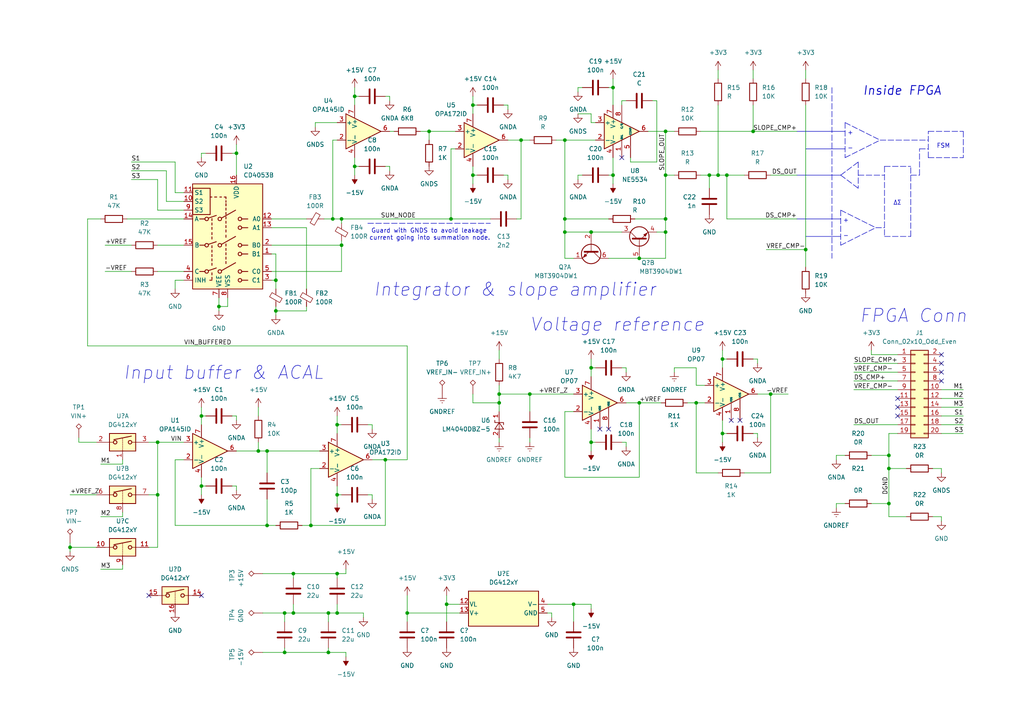
<source format=kicad_sch>
(kicad_sch (version 20211123) (generator eeschema)
  (paper "A4")
  (title_block (title "Multislope ADC example") (date "2022-02-27") (rev "P1A") (company "Gustav Palmqvist <gustavp@gpa-robotics.com>") (comment 1 "SPDX-License-Identifier: CERN-OHL-S-2.0") (comment 2 "Copyright (c) 2022"))
  (junction (at 177.8 25.4))
  (junction (at 45.72 143.51))
  (junction (at 210.82 50.8))
  (junction (at 74.93 130.81))
  (junction (at 68.58 44.45))
  (junction (at 99.06 71.12))
  (junction (at 209.55 104.14))
  (junction (at 129.54 175.26))
  (junction (at 77.47 130.81))
  (junction (at 177.8 50.8))
  (junction (at 209.55 125.73))
  (junction (at 80.01 81.28))
  (junction (at 97.79 143.51))
  (junction (at 166.37 175.26))
  (junction (at 97.79 166.37))
  (junction (at 257.81 132.08))
  (junction (at 85.09 177.8))
  (junction (at 193.04 63.5))
  (junction (at 95.25 177.8))
  (junction (at 102.87 27.94))
  (junction (at 193.04 38.1))
  (junction (at 102.87 48.26))
  (junction (at 111.76 133.35))
  (junction (at 163.83 63.5))
  (junction (at 257.81 146.05))
  (junction (at 193.04 50.8))
  (junction (at 171.45 106.68))
  (junction (at 58.42 120.65))
  (junction (at 95.25 189.23))
  (junction (at 153.67 114.3))
  (junction (at 99.06 63.5))
  (junction (at 208.28 50.8))
  (junction (at 96.52 63.5))
  (junction (at 20.32 158.75))
  (junction (at 163.83 67.31))
  (junction (at 171.45 67.31))
  (junction (at 193.04 67.31))
  (junction (at 233.68 72.39))
  (junction (at 171.45 128.27))
  (junction (at 118.11 177.8))
  (junction (at 45.72 128.27))
  (junction (at 257.81 135.89))
  (junction (at 124.46 38.1))
  (junction (at 82.55 189.23))
  (junction (at 63.5 88.9))
  (junction (at 185.42 116.84))
  (junction (at 85.09 166.37))
  (junction (at 205.74 50.8))
  (junction (at 218.44 38.1))
  (junction (at 97.79 123.19))
  (junction (at 137.16 30.48))
  (junction (at 201.93 116.84))
  (junction (at 151.13 40.64))
  (junction (at 58.42 140.97))
  (junction (at 77.47 152.4))
  (junction (at 137.16 50.8))
  (junction (at 144.78 114.3))
  (junction (at 97.79 177.8))
  (junction (at 130.81 63.5))
  (junction (at 82.55 177.8))
  (junction (at 163.83 40.64))
  (junction (at 80.01 90.17))
  (junction (at 223.52 114.3))
  (junction (at 90.17 152.4))
  (junction (at 185.42 74.93))
  (junction (at 144.78 116.84))
  (no_connect (at 173.99 124.46))
  (no_connect (at 176.53 124.46))
  (no_connect (at 214.63 121.92))
  (no_connect (at 212.09 121.92))
  (no_connect (at 180.34 45.72))
  (no_connect (at 260.35 120.65))
  (no_connect (at 260.35 115.57))
  (no_connect (at 260.35 118.11))
  (no_connect (at 273.05 110.49))
  (no_connect (at 273.05 102.87))
  (no_connect (at 273.05 107.95))
  (no_connect (at 273.05 105.41))
  (no_connect (at 58.42 172.72))
  (no_connect (at 43.18 172.72))
  (wire (pts (xy 111.76 48.26) (xy 113.03 48.26)))
  (wire (pts (xy 171.45 176.53) (xy 171.45 175.26)))
  (wire (pts (xy 111.76 133.35) (xy 118.11 133.35)))
  (wire (pts (xy 133.35 177.8) (xy 118.11 177.8)))
  (wire (pts (xy 77.47 144.78) (xy 77.47 152.4)))
  (wire (pts (xy 102.87 30.48) (xy 102.87 27.94)))
  (wire (pts (xy 167.64 33.02) (xy 171.45 33.02)))
  (wire (pts (xy 77.47 130.81) (xy 92.71 130.81)))
  (wire (pts (xy 167.64 25.4) (xy 167.64 26.67)))
  (wire (pts (xy 257.81 125.73) (xy 260.35 125.73)))
  (wire (pts (xy 233.68 72.39) (xy 233.68 77.47)))
  (wire (pts (xy 43.18 143.51) (xy 45.72 143.51)))
  (wire (pts (xy 45.72 71.12) (xy 53.34 71.12)))
  (wire (pts (xy 68.58 140.97) (xy 68.58 142.24)))
  (wire (pts (xy 80.01 90.17) (xy 88.9 90.17)))
  (wire (pts (xy 20.32 158.75) (xy 27.94 158.75)))
  (wire (pts (xy 102.87 48.26) (xy 102.87 50.8)))
  (wire (pts (xy 82.55 177.8) (xy 85.09 177.8)))
  (wire (pts (xy 193.04 74.93) (xy 193.04 67.31)))
  (wire (pts (xy 168.91 25.4) (xy 167.64 25.4)))
  (wire (pts (xy 185.42 116.84) (xy 191.77 116.84)))
  (wire (pts (xy 50.8 133.35) (xy 50.8 152.4)))
  (wire (pts (xy 257.81 146.05) (xy 257.81 149.86)))
  (wire (pts (xy 74.93 128.27) (xy 74.93 130.81)))
  (polyline (pts (xy 243.84 50.8) (xy 248.92 54.61)))
  (wire (pts (xy 35.56 163.83) (xy 35.56 165.1)))
  (wire (pts (xy 166.37 114.3) (xy 153.67 114.3)))
  (wire (pts (xy 252.73 132.08) (xy 257.81 132.08)))
  (wire (pts (xy 97.79 125.73) (xy 97.79 123.19)))
  (wire (pts (xy 38.1 46.99) (xy 50.8 46.99)))
  (polyline (pts (xy 243.84 71.12) (xy 254 66.04)))
  (wire (pts (xy 95.25 187.96) (xy 95.25 189.23)))
  (wire (pts (xy 22.86 127) (xy 22.86 128.27)))
  (polyline (pts (xy 266.7 43.18) (xy 269.24 43.18)))
  (wire (pts (xy 36.83 63.5) (xy 53.34 63.5)))
  (wire (pts (xy 97.79 166.37) (xy 100.33 166.37)))
  (wire (pts (xy 90.17 135.89) (xy 90.17 152.4)))
  (wire (pts (xy 97.79 143.51) (xy 97.79 146.05)))
  (wire (pts (xy 163.83 63.5) (xy 176.53 63.5)))
  (wire (pts (xy 273.05 149.86) (xy 273.05 151.13)))
  (polyline (pts (xy 231.14 50.8) (xy 243.84 50.8)) (stroke (width 0) (type solid)))
  (wire (pts (xy 67.31 120.65) (xy 68.58 120.65)))
  (wire (pts (xy 29.21 149.86) (xy 35.56 149.86)))
  (wire (pts (xy 63.5 88.9) (xy 66.04 88.9)))
  (wire (pts (xy 279.4 120.65) (xy 273.05 120.65)))
  (wire (pts (xy 201.93 137.16) (xy 201.93 116.84)))
  (wire (pts (xy 97.79 166.37) (xy 97.79 167.64)))
  (wire (pts (xy 78.74 66.04) (xy 88.9 66.04)))
  (wire (pts (xy 80.01 73.66) (xy 80.01 81.28)))
  (wire (pts (xy 210.82 63.5) (xy 231.14 63.5)))
  (wire (pts (xy 151.13 40.64) (xy 153.67 40.64)))
  (wire (pts (xy 193.04 63.5) (xy 193.04 50.8)))
  (wire (pts (xy 78.74 63.5) (xy 88.9 63.5)))
  (wire (pts (xy 181.61 128.27) (xy 181.61 129.54)))
  (wire (pts (xy 209.55 125.73) (xy 210.82 125.73)))
  (wire (pts (xy 118.11 172.72) (xy 118.11 177.8)))
  (wire (pts (xy 85.09 175.26) (xy 85.09 177.8)))
  (wire (pts (xy 257.81 135.89) (xy 262.89 135.89)))
  (wire (pts (xy 130.81 63.5) (xy 142.24 63.5)))
  (wire (pts (xy 85.09 166.37) (xy 85.09 167.64)))
  (wire (pts (xy 107.95 143.51) (xy 107.95 144.78)))
  (wire (pts (xy 163.83 138.43) (xy 185.42 138.43)))
  (wire (pts (xy 85.09 166.37) (xy 97.79 166.37)))
  (wire (pts (xy 203.2 50.8) (xy 205.74 50.8)))
  (wire (pts (xy 193.04 38.1) (xy 195.58 38.1)))
  (polyline (pts (xy 233.68 68.58) (xy 243.84 68.58)) (stroke (width 0) (type solid)))
  (wire (pts (xy 181.61 116.84) (xy 185.42 116.84)))
  (wire (pts (xy 45.72 128.27) (xy 53.34 128.27)))
  (wire (pts (xy 208.28 30.48) (xy 208.28 50.8)))
  (wire (pts (xy 45.72 60.96) (xy 45.72 52.07)))
  (wire (pts (xy 279.4 123.19) (xy 273.05 123.19)))
  (wire (pts (xy 205.74 54.61) (xy 205.74 50.8)))
  (wire (pts (xy 97.79 143.51) (xy 99.06 143.51)))
  (wire (pts (xy 218.44 38.1) (xy 231.14 38.1)))
  (polyline (pts (xy 256.54 48.26) (xy 256.54 68.58)))
  (wire (pts (xy 181.61 29.21) (xy 180.34 29.21)))
  (wire (pts (xy 53.34 58.42) (xy 48.26 58.42)))
  (wire (pts (xy 53.34 133.35) (xy 50.8 133.35)))
  (wire (pts (xy 68.58 41.91) (xy 68.58 44.45)))
  (wire (pts (xy 105.41 177.8) (xy 105.41 179.07)))
  (wire (pts (xy 166.37 175.26) (xy 166.37 180.34)))
  (wire (pts (xy 58.42 123.19) (xy 58.42 120.65)))
  (wire (pts (xy 35.56 133.35) (xy 35.56 134.62)))
  (wire (pts (xy 25.4 63.5) (xy 29.21 63.5)))
  (wire (pts (xy 210.82 63.5) (xy 210.82 50.8)))
  (wire (pts (xy 76.2 166.37) (xy 85.09 166.37)))
  (wire (pts (xy 171.45 128.27) (xy 172.72 128.27)))
  (wire (pts (xy 76.2 177.8) (xy 82.55 177.8)))
  (wire (pts (xy 257.81 125.73) (xy 257.81 132.08)))
  (wire (pts (xy 93.98 63.5) (xy 96.52 63.5)))
  (wire (pts (xy 167.64 50.8) (xy 167.64 52.07)))
  (wire (pts (xy 144.78 127) (xy 144.78 128.27)))
  (polyline (pts (xy 245.11 35.56) (xy 255.27 40.64)))
  (wire (pts (xy 80.01 81.28) (xy 80.01 83.82)))
  (wire (pts (xy 113.03 38.1) (xy 114.3 38.1)))
  (wire (pts (xy 78.74 73.66) (xy 80.01 73.66)))
  (wire (pts (xy 22.86 128.27) (xy 27.94 128.27)))
  (wire (pts (xy 242.57 133.35) (xy 242.57 132.08)))
  (wire (pts (xy 137.16 33.02) (xy 137.16 30.48)))
  (wire (pts (xy 161.29 40.64) (xy 163.83 40.64)))
  (wire (pts (xy 111.76 152.4) (xy 111.76 133.35)))
  (wire (pts (xy 45.72 128.27) (xy 45.72 143.51)))
  (polyline (pts (xy 269.24 45.72) (xy 269.24 38.1)))
  (wire (pts (xy 171.45 104.14) (xy 171.45 106.68)))
  (wire (pts (xy 43.18 158.75) (xy 45.72 158.75)))
  (wire (pts (xy 97.79 123.19) (xy 99.06 123.19)))
  (wire (pts (xy 190.5 67.31) (xy 193.04 67.31)))
  (wire (pts (xy 59.69 44.45) (xy 58.42 44.45)))
  (wire (pts (xy 97.79 35.56) (xy 91.44 35.56)))
  (wire (pts (xy 205.74 50.8) (xy 208.28 50.8)))
  (wire (pts (xy 100.33 190.5) (xy 100.33 189.23)))
  (wire (pts (xy 279.4 125.73) (xy 273.05 125.73)))
  (wire (pts (xy 78.74 71.12) (xy 99.06 71.12)))
  (wire (pts (xy 137.16 48.26) (xy 137.16 50.8)))
  (wire (pts (xy 147.32 30.48) (xy 147.32 31.75)))
  (wire (pts (xy 171.45 33.02) (xy 171.45 35.56)))
  (wire (pts (xy 137.16 116.84) (xy 144.78 116.84)))
  (wire (pts (xy 137.16 50.8) (xy 137.16 53.34)))
  (wire (pts (xy 153.67 127) (xy 153.67 128.27)))
  (wire (pts (xy 171.45 35.56) (xy 172.72 35.56)))
  (wire (pts (xy 218.44 30.48) (xy 218.44 38.1)))
  (wire (pts (xy 252.73 102.87) (xy 260.35 102.87)))
  (polyline (pts (xy 245.11 45.72) (xy 255.27 40.64)))
  (wire (pts (xy 163.83 40.64) (xy 172.72 40.64)))
  (wire (pts (xy 219.71 104.14) (xy 219.71 105.41)))
  (wire (pts (xy 171.45 106.68) (xy 172.72 106.68)))
  (wire (pts (xy 80.01 88.9) (xy 80.01 90.17)))
  (polyline (pts (xy 245.11 35.56) (xy 245.11 45.72)))
  (wire (pts (xy 91.44 35.56) (xy 91.44 36.83)))
  (wire (pts (xy 247.65 113.03) (xy 260.35 113.03)))
  (wire (pts (xy 223.52 114.3) (xy 228.6 114.3)))
  (wire (pts (xy 88.9 66.04) (xy 88.9 83.82)))
  (wire (pts (xy 151.13 63.5) (xy 151.13 40.64)))
  (wire (pts (xy 68.58 44.45) (xy 68.58 50.8)))
  (wire (pts (xy 124.46 38.1) (xy 124.46 40.64)))
  (wire (pts (xy 82.55 189.23) (xy 95.25 189.23)))
  (wire (pts (xy 247.65 123.19) (xy 260.35 123.19)))
  (wire (pts (xy 163.83 67.31) (xy 163.83 63.5)))
  (wire (pts (xy 92.71 135.89) (xy 90.17 135.89)))
  (wire (pts (xy 29.21 165.1) (xy 35.56 165.1)))
  (wire (pts (xy 96.52 63.5) (xy 99.06 63.5)))
  (wire (pts (xy 29.21 134.62) (xy 35.56 134.62)))
  (wire (pts (xy 201.93 106.68) (xy 201.93 111.76)))
  (wire (pts (xy 137.16 114.3) (xy 137.16 116.84)))
  (wire (pts (xy 166.37 74.93) (xy 163.83 74.93)))
  (wire (pts (xy 247.65 105.41) (xy 260.35 105.41)))
  (wire (pts (xy 129.54 175.26) (xy 129.54 180.34)))
  (wire (pts (xy 97.79 140.97) (xy 97.79 143.51)))
  (wire (pts (xy 67.31 140.97) (xy 68.58 140.97)))
  (wire (pts (xy 147.32 50.8) (xy 147.32 52.07)))
  (wire (pts (xy 99.06 71.12) (xy 99.06 69.85)))
  (wire (pts (xy 118.11 133.35) (xy 118.11 100.33)))
  (wire (pts (xy 180.34 29.21) (xy 180.34 30.48)))
  (wire (pts (xy 129.54 175.26) (xy 129.54 172.72)))
  (wire (pts (xy 182.88 45.72) (xy 182.88 46.99)))
  (wire (pts (xy 58.42 118.11) (xy 58.42 120.65)))
  (wire (pts (xy 97.79 177.8) (xy 105.41 177.8)))
  (wire (pts (xy 153.67 114.3) (xy 153.67 119.38)))
  (wire (pts (xy 247.65 110.49) (xy 260.35 110.49)))
  (wire (pts (xy 96.52 40.64) (xy 96.52 63.5)))
  (polyline (pts (xy 279.4 38.1) (xy 279.4 45.72)))
  (wire (pts (xy 77.47 130.81) (xy 77.47 137.16)))
  (wire (pts (xy 58.42 140.97) (xy 58.42 143.51)))
  (polyline (pts (xy 231.14 63.5) (xy 243.84 63.5)) (stroke (width 0) (type solid)))
  (wire (pts (xy 20.32 143.51) (xy 27.94 143.51)))
  (wire (pts (xy 63.5 88.9) (xy 63.5 90.17)))
  (polyline (pts (xy 248.92 46.99) (xy 248.92 54.61)))
  (wire (pts (xy 163.83 74.93) (xy 163.83 67.31)))
  (wire (pts (xy 279.4 115.57) (xy 273.05 115.57)))
  (polyline (pts (xy 264.16 68.58) (xy 264.16 48.26)))
  (wire (pts (xy 203.2 38.1) (xy 218.44 38.1)))
  (wire (pts (xy 118.11 177.8) (xy 118.11 180.34)))
  (wire (pts (xy 242.57 146.05) (xy 242.57 147.32)))
  (wire (pts (xy 77.47 152.4) (xy 50.8 152.4)))
  (wire (pts (xy 74.93 118.11) (xy 74.93 120.65)))
  (wire (pts (xy 99.06 64.77) (xy 99.06 63.5)))
  (wire (pts (xy 95.25 177.8) (xy 97.79 177.8)))
  (wire (pts (xy 222.25 72.39) (xy 233.68 72.39)))
  (wire (pts (xy 233.68 20.32) (xy 233.68 22.86)))
  (wire (pts (xy 97.79 120.65) (xy 97.79 123.19)))
  (polyline (pts (xy 255.27 40.64) (xy 269.24 40.64)))
  (wire (pts (xy 45.72 143.51) (xy 45.72 158.75)))
  (wire (pts (xy 242.57 132.08) (xy 245.11 132.08)))
  (wire (pts (xy 181.61 106.68) (xy 181.61 107.95)))
  (polyline (pts (xy 241.3 25.4) (xy 241.3 74.93)))
  (wire (pts (xy 137.16 30.48) (xy 138.43 30.48)))
  (wire (pts (xy 78.74 78.74) (xy 99.06 78.74)))
  (wire (pts (xy 233.68 30.48) (xy 233.68 72.39)))
  (wire (pts (xy 113.03 27.94) (xy 113.03 29.21)))
  (wire (pts (xy 223.52 114.3) (xy 223.52 137.16)))
  (wire (pts (xy 78.74 81.28) (xy 80.01 81.28)))
  (wire (pts (xy 210.82 50.8) (xy 215.9 50.8)))
  (wire (pts (xy 163.83 63.5) (xy 163.83 40.64)))
  (wire (pts (xy 190.5 46.99) (xy 190.5 29.21)))
  (wire (pts (xy 185.42 138.43) (xy 185.42 116.84)))
  (polyline (pts (xy 243.84 50.8) (xy 248.92 46.99)))
  (wire (pts (xy 68.58 120.65) (xy 68.58 121.92)))
  (wire (pts (xy 171.45 124.46) (xy 171.45 128.27)))
  (wire (pts (xy 177.8 45.72) (xy 177.8 50.8)))
  (wire (pts (xy 177.8 25.4) (xy 176.53 25.4)))
  (wire (pts (xy 88.9 88.9) (xy 88.9 90.17)))
  (wire (pts (xy 111.76 27.94) (xy 113.03 27.94)))
  (wire (pts (xy 177.8 50.8) (xy 176.53 50.8)))
  (wire (pts (xy 146.05 30.48) (xy 147.32 30.48)))
  (polyline (pts (xy 269.24 45.72) (xy 279.4 45.72)))
  (wire (pts (xy 113.03 48.26) (xy 113.03 49.53)))
  (wire (pts (xy 77.47 152.4) (xy 80.01 152.4)))
  (wire (pts (xy 171.45 175.26) (xy 166.37 175.26)))
  (wire (pts (xy 209.55 101.6) (xy 209.55 104.14)))
  (wire (pts (xy 130.81 43.18) (xy 130.81 63.5)))
  (wire (pts (xy 118.11 100.33) (xy 25.4 100.33)))
  (wire (pts (xy 43.18 128.27) (xy 45.72 128.27)))
  (wire (pts (xy 80.01 90.17) (xy 80.01 91.44)))
  (wire (pts (xy 38.1 49.53) (xy 48.26 49.53)))
  (wire (pts (xy 273.05 135.89) (xy 273.05 137.16)))
  (wire (pts (xy 144.78 111.76) (xy 144.78 114.3)))
  (polyline (pts (xy 266.7 50.8) (xy 266.7 43.18)))
  (wire (pts (xy 195.58 106.68) (xy 201.93 106.68)))
  (wire (pts (xy 195.58 107.95) (xy 195.58 106.68)))
  (wire (pts (xy 160.02 177.8) (xy 160.02 179.07)))
  (wire (pts (xy 97.79 40.64) (xy 96.52 40.64)))
  (wire (pts (xy 58.42 44.45) (xy 58.42 45.72)))
  (wire (pts (xy 163.83 119.38) (xy 163.83 138.43)))
  (wire (pts (xy 166.37 119.38) (xy 163.83 119.38)))
  (wire (pts (xy 68.58 130.81) (xy 74.93 130.81)))
  (wire (pts (xy 106.68 143.51) (xy 107.95 143.51)))
  (wire (pts (xy 121.92 38.1) (xy 124.46 38.1)))
  (wire (pts (xy 95.25 189.23) (xy 100.33 189.23)))
  (wire (pts (xy 199.39 116.84) (xy 201.93 116.84)))
  (wire (pts (xy 209.55 104.14) (xy 210.82 104.14)))
  (wire (pts (xy 58.42 138.43) (xy 58.42 140.97)))
  (wire (pts (xy 144.78 114.3) (xy 144.78 116.84)))
  (wire (pts (xy 218.44 125.73) (xy 219.71 125.73)))
  (polyline (pts (xy 264.16 50.8) (xy 266.7 50.8)))
  (wire (pts (xy 182.88 46.99) (xy 190.5 46.99)))
  (polyline (pts (xy 256.54 48.26) (xy 264.16 48.26)))
  (wire (pts (xy 95.25 177.8) (xy 95.25 180.34)))
  (wire (pts (xy 195.58 50.8) (xy 193.04 50.8)))
  (wire (pts (xy 208.28 50.8) (xy 210.82 50.8)))
  (wire (pts (xy 184.15 63.5) (xy 193.04 63.5)))
  (wire (pts (xy 58.42 140.97) (xy 59.69 140.97)))
  (wire (pts (xy 129.54 175.26) (xy 133.35 175.26)))
  (wire (pts (xy 146.05 50.8) (xy 147.32 50.8)))
  (wire (pts (xy 176.53 74.93) (xy 185.42 74.93)))
  (wire (pts (xy 102.87 25.4) (xy 102.87 27.94)))
  (wire (pts (xy 147.32 40.64) (xy 151.13 40.64)))
  (wire (pts (xy 87.63 152.4) (xy 90.17 152.4)))
  (wire (pts (xy 279.4 118.11) (xy 273.05 118.11)))
  (wire (pts (xy 53.34 81.28) (xy 50.8 81.28)))
  (wire (pts (xy 187.96 38.1) (xy 193.04 38.1)))
  (wire (pts (xy 153.67 114.3) (xy 144.78 114.3)))
  (wire (pts (xy 132.08 43.18) (xy 130.81 43.18)))
  (wire (pts (xy 245.11 146.05) (xy 242.57 146.05)))
  (wire (pts (xy 50.8 55.88) (xy 50.8 46.99)))
  (wire (pts (xy 106.68 123.19) (xy 107.95 123.19)))
  (wire (pts (xy 74.93 130.81) (xy 77.47 130.81)))
  (wire (pts (xy 171.45 109.22) (xy 171.45 106.68)))
  (wire (pts (xy 144.78 101.6) (xy 144.78 104.14)))
  (wire (pts (xy 111.76 133.35) (xy 107.95 133.35)))
  (wire (pts (xy 63.5 86.36) (xy 63.5 88.9)))
  (polyline (pts (xy 254 66.04) (xy 256.54 66.04)))
  (wire (pts (xy 107.95 123.19) (xy 107.95 124.46)))
  (wire (pts (xy 137.16 50.8) (xy 138.43 50.8)))
  (wire (pts (xy 168.91 50.8) (xy 167.64 50.8)))
  (wire (pts (xy 102.87 27.94) (xy 104.14 27.94)))
  (wire (pts (xy 218.44 104.14) (xy 219.71 104.14)))
  (wire (pts (xy 171.45 128.27) (xy 171.45 130.81)))
  (wire (pts (xy 45.72 78.74) (xy 53.34 78.74)))
  (wire (pts (xy 124.46 38.1) (xy 132.08 38.1)))
  (wire (pts (xy 50.8 81.28) (xy 50.8 83.82)))
  (wire (pts (xy 30.48 78.74) (xy 38.1 78.74)))
  (wire (pts (xy 82.55 177.8) (xy 82.55 180.34)))
  (wire (pts (xy 53.34 55.88) (xy 50.8 55.88)))
  (wire (pts (xy 68.58 44.45) (xy 67.31 44.45)))
  (wire (pts (xy 30.48 71.12) (xy 38.1 71.12)))
  (wire (pts (xy 219.71 114.3) (xy 223.52 114.3)))
  (wire (pts (xy 180.34 67.31) (xy 171.45 67.31)))
  (polyline (pts (xy 243.84 60.96) (xy 243.84 71.12)))
  (wire (pts (xy 48.26 58.42) (xy 48.26 49.53)))
  (wire (pts (xy 149.86 63.5) (xy 151.13 63.5)))
  (wire (pts (xy 201.93 116.84) (xy 204.47 116.84)))
  (wire (pts (xy 82.55 187.96) (xy 82.55 189.23)))
  (wire (pts (xy 193.04 50.8) (xy 193.04 38.1)))
  (wire (pts (xy 177.8 50.8) (xy 177.8 53.34)))
  (wire (pts (xy 90.17 152.4) (xy 111.76 152.4)))
  (wire (pts (xy 158.75 177.8) (xy 160.02 177.8)))
  (wire (pts (xy 201.93 111.76) (xy 204.47 111.76)))
  (wire (pts (xy 209.55 125.73) (xy 209.55 128.27)))
  (wire (pts (xy 20.32 158.75) (xy 20.32 160.02)))
  (wire (pts (xy 219.71 125.73) (xy 219.71 127)))
  (wire (pts (xy 76.2 189.23) (xy 82.55 189.23)))
  (polyline (pts (xy 256.54 68.58) (xy 264.16 68.58)))
  (wire (pts (xy 25.4 100.33) (xy 25.4 63.5)))
  (polyline (pts (xy 269.24 38.1) (xy 279.4 38.1)))
  (wire (pts (xy 38.1 52.07) (xy 45.72 52.07)))
  (wire (pts (xy 193.04 67.31) (xy 193.04 63.5)))
  (wire (pts (xy 180.34 128.27) (xy 181.61 128.27)))
  (wire (pts (xy 35.56 148.59) (xy 35.56 149.86)))
  (wire (pts (xy 208.28 137.16) (xy 201.93 137.16)))
  (wire (pts (xy 279.4 113.03) (xy 273.05 113.03)))
  (wire (pts (xy 257.81 149.86) (xy 262.89 149.86)))
  (wire (pts (xy 137.16 27.94) (xy 137.16 30.48)))
  (polyline (pts (xy 243.84 60.96) (xy 254 66.04)))
  (wire (pts (xy 58.42 120.65) (xy 59.69 120.65)))
  (polyline (pts (xy 106.68 64.77) (xy 142.24 64.77)))
  (wire (pts (xy 177.8 22.86) (xy 177.8 25.4)))
  (wire (pts (xy 85.09 177.8) (xy 95.25 177.8)))
  (wire (pts (xy 223.52 50.8) (xy 231.14 50.8)))
  (wire (pts (xy 209.55 121.92) (xy 209.55 125.73)))
  (wire (pts (xy 171.45 67.31) (xy 163.83 67.31)))
  (wire (pts (xy 209.55 106.68) (xy 209.55 104.14)))
  (wire (pts (xy 252.73 146.05) (xy 257.81 146.05)))
  (wire (pts (xy 53.34 60.96) (xy 45.72 60.96)))
  (wire (pts (xy 252.73 101.6) (xy 252.73 102.87)))
  (wire (pts (xy 215.9 137.16) (xy 223.52 137.16)))
  (polyline (pts (xy 231.14 38.1) (xy 245.11 38.1)) (stroke (width 0) (type solid)))
  (wire (pts (xy 190.5 29.21) (xy 189.23 29.21)))
  (wire (pts (xy 257.81 132.08) (xy 257.81 135.89)))
  (wire (pts (xy 218.44 20.32) (xy 218.44 22.86)))
  (polyline (pts (xy 248.92 50.8) (xy 256.54 50.8)))
  (wire (pts (xy 177.8 25.4) (xy 177.8 30.48)))
  (wire (pts (xy 66.04 86.36) (xy 66.04 88.9)))
  (wire (pts (xy 158.75 175.26) (xy 166.37 175.26)))
  (wire (pts (xy 273.05 149.86) (xy 270.51 149.86)))
  (wire (pts (xy 180.34 106.68) (xy 181.61 106.68)))
  (wire (pts (xy 20.32 157.48) (xy 20.32 158.75)))
  (wire (pts (xy 185.42 74.93) (xy 193.04 74.93)))
  (wire (pts (xy 99.06 63.5) (xy 130.81 63.5)))
  (wire (pts (xy 208.28 20.32) (xy 208.28 22.86)))
  (wire (pts (xy 102.87 48.26) (xy 104.14 48.26)))
  (wire (pts (xy 144.78 116.84) (xy 144.78 119.38)))
  (wire (pts (xy 100.33 166.37) (xy 100.33 165.1)))
  (wire (pts (xy 247.65 107.95) (xy 260.35 107.95)))
  (wire (pts (xy 99.06 78.74) (xy 99.06 71.12)))
  (wire (pts (xy 102.87 45.72) (xy 102.87 48.26)))
  (wire (pts (xy 97.79 175.26) (xy 97.79 177.8)))
  (wire (pts (xy 257.81 135.89) (xy 257.81 146.05)))
  (polyline (pts (xy 233.68 43.18) (xy 245.11 43.18)) (stroke (width 0) (type solid)))
  (wire (pts (xy 270.51 135.89) (xy 273.05 135.89)))
  (text "ΔΣ" (at 259.08 59.69 0) (effects (font (size 1.27 1.27)) (justify left bottom)))
  (text "Integrator & slope amplifier" (at 190.5 86.36 180) (effects (font (size 3.81 3.81) italic) (justify right bottom)))
  (text "-" (at 244.475 69.215 0) (effects (font (size 1.27 1.27)) (justify left bottom)))
  (text "Guard with GNDS to avoid leakage \ncurrent going into summation node." (at 142.24 69.85 0) (effects (font (size 1.27 1.27)) (justify right bottom)))
  (text "Input buffer & ACAL" (at 93.98 110.49 180) (effects (font (size 3.81 3.81) italic) (justify right bottom)))
  (text "+" (at 245.745 39.37 0) (effects (font (size 1.27 1.27)) (justify left bottom)))
  (text "+" (at 244.475 64.77 0) (effects (font (size 1.27 1.27)) (justify left bottom)))
  (text "Inside FPGA" (at 250.19 27.94 0) (effects (font (size 2.54 2.54) (thickness 0.254) bold italic) (justify left bottom)))
  (text "Voltage reference" (at 204.47 96.52 180) (effects (font (size 3.81 3.81) italic) (justify right bottom)))
  (text "-" (at 245.745 43.815 0) (effects (font (size 1.27 1.27)) (justify left bottom)))
  (text "FSM" (at 275.59 43.18 180) (effects (font (size 1.27 1.27)) (justify right bottom)))
  (text "FPGA Conn" (at 280.67 93.98 180) (effects (font (size 3.81 3.81) italic) (justify right bottom)))
  (label "SUM_NODE" (at 120.65 63.5 180))
  (label "+VREF_Z" (at 156.21 114.3 0))
  (label "-VREF" (at 228.6 114.3 180))
  (label "S3" (at 279.4 125.73 180))
  (label "DS_CMP+" (at 231.14 63.5 180))
  (label "DS_OUT" (at 247.65 123.19 0))
  (label "S2" (at 38.1 49.53 0))
  (label "-VREF" (at 30.48 78.74 0))
  (label "M3" (at 29.21 165.1 0))
  (label "+VREF" (at 185.42 116.84 0))
  (label "SLOPE_OUT" (at 193.04 49.53 90))
  (label "+VREF_Z" (at 20.32 143.51 0))
  (label "M3" (at 279.4 118.11 180))
  (label "SLOPE_CMP+" (at 231.14 38.1 180))
  (label "DS_OUT" (at 231.14 50.8 180))
  (label "VREF_CMP-" (at 247.65 107.95 0))
  (label "+VREF" (at 30.48 71.12 0))
  (label "M1" (at 29.21 134.62 0))
  (label "M1" (at 279.4 113.03 180))
  (label "SLOPE_CMP+" (at 247.65 105.41 0))
  (label "S1" (at 38.1 46.99 0))
  (label "VREF_CMP-" (at 247.65 113.03 0))
  (label "S1" (at 279.4 120.65 180))
  (label "S3" (at 38.1 52.07 0))
  (label "M2" (at 29.21 149.86 0))
  (label "VIN" (at 49.53 128.27 0))
  (label "VIN_BUFFERED" (at 53.34 100.33 0))
  (label "DGND" (at 257.81 143.51 90))
  (label "DS_CMP+" (at 247.65 110.49 0))
  (label "S2" (at 279.4 123.19 180))
  (label "VREF_CMP-" (at 222.25 72.39 0))
  (label "M2" (at 279.4 115.57 180))
  (symbol (lib_id "Amplifier_Operational:OP07") (at 212.09 114.3 0) (unit 1)
    (property "Reference" "U9" (at 201.93 101.6 0))
    (property "Value" "OP07" (at 201.93 104.14 0))
    (property "Footprint" "Package_SO:SOIC-8_3.9x4.9mm_P1.27mm" (effects hide))
    (property "Datasheet" "https://www.analog.com/media/en/technical-documentation/data-sheets/OP07.pdf" (effects hide))
  )
  (symbol (lib_id "power:-15V") (at 58.42 143.51 180) (unit 1)
    (property "Reference" "#PWR03" (effects hide))
    (property "Value" "-15V" (at 58.42 148.59 0))
  )
  (symbol (lib_id "Device:FerriteBead_Small") (at 99.06 67.31 0) (unit 1)
    (property "Reference" "FB4" (at 101.6 66.0018 0) (effects (justify left)))
    (property "Value" "100R" (at 101.6 68.5418 0) (effects (justify left)))
    (property "Footprint" "Inductor_SMD:L_0805_2012Metric_Pad1.15x1.40mm_HandSolder" (effects hide))
  )
  (symbol (lib_id "Device:C") (at 118.11 184.15 0) (mirror y) (unit 1)
    (property "Reference" "C?" (at 121.92 182.8799 0) (effects (justify right)))
    (property "Value" "100n" (at 121.92 185.4199 0) (effects (justify right)))
    (property "Footprint" "Capacitor_SMD:C_0402_1005Metric_Pad0.74x0.62mm_HandSolder" (effects hide))
  )
  (symbol (lib_id "power:GNDA") (at 68.58 121.92 0) (unit 1)
    (property "Reference" "#PWR04" (effects hide))
    (property "Value" "GNDA" (at 68.58 127 0))
  )
  (symbol (lib_id "power:GND") (at 273.05 151.13 0) (unit 1)
    (property "Reference" "#PWR055" (effects hide))
    (property "Value" "GND" (at 273.05 156.21 0))
  )
  (symbol (lib_id "Device:R") (at 218.44 26.67 0) (unit 1)
    (property "Reference" "R16" (at 220.98 25.3999 0) (effects (justify left)))
    (property "Value" "10K" (at 220.98 27.9399 0) (effects (justify left)))
    (property "Footprint" "Resistor_SMD:R_0805_2012Metric_Pad1.20x1.40mm_HandSolder" (effects hide))
  )
  (symbol (lib_id "Connector:TestPoint_Alt") (at 76.2 177.8 90) (mirror x) (unit 1)
    (property "Reference" "TP4" (at 67.31 176.53 0) (effects (justify left)))
    (property "Value" "GND" (at 69.85 176.53 0) (effects (justify left)))
    (property "Footprint" "TestPoint:TestPoint_Plated_Hole_D2.0mm" (effects hide))
  )
  (symbol (lib_id "power:GNDS") (at 124.46 48.26 0) (unit 1)
    (property "Reference" "#PWR022" (effects hide))
    (property "Value" "GNDS" (at 124.46 53.34 0))
  )
  (symbol (lib_id "Amplifier_Operational:OP07") (at 173.99 116.84 0) (unit 1)
    (property "Reference" "U7" (at 165.1 107.95 0))
    (property "Value" "OP07" (at 165.1 110.49 0))
    (property "Footprint" "Package_SO:SOIC-8_3.9x4.9mm_P1.27mm" (effects hide))
    (property "Datasheet" "https://www.analog.com/media/en/technical-documentation/data-sheets/OP07.pdf" (effects hide))
  )
  (symbol (lib_id "Device:R") (at 208.28 26.67 0) (unit 1)
    (property "Reference" "R15" (at 210.82 25.3999 0) (effects (justify left)))
    (property "Value" "R" (at 210.82 27.9399 0) (effects (justify left)))
    (property "Footprint" "Resistor_SMD:R_0805_2012Metric_Pad1.20x1.40mm_HandSolder" (effects hide))
  )
  (symbol (lib_id "power:+15V") (at 58.42 118.11 0) (unit 1)
    (property "Reference" "#PWR02" (effects hide))
    (property "Value" "+15V" (at 58.42 113.03 0))
  )
  (symbol (lib_id "Transistor_BJT:MBT3904DW1") (at 185.42 69.85 90) (unit 2)
    (property "Reference" "Q?" (at 187.96 76.2 90))
    (property "Value" "MBT3904DW1" (at 191.77 78.74 90))
    (property "Footprint" "Package_TO_SOT_SMD:SOT-363_SC-70-6" (effects hide))
    (property "Datasheet" "http://www.onsemi.com/pub_link/Collateral/MBT3904DW1T1-D.PDF" (effects hide))
  )
  (symbol (lib_id "Connector:TestPoint_Alt") (at 22.86 127 0) (unit 1)
    (property "Reference" "TP1" (at 22.86 118.11 0))
    (property "Value" "VIN+" (at 22.86 120.65 0))
    (property "Footprint" "TestPoint:TestPoint_Plated_Hole_D2.0mm" (effects hide))
  )
  (symbol (lib_id "power:+3.3V") (at 252.73 101.6 0) (unit 1)
    (property "Reference" "#PWR054" (effects hide))
    (property "Value" "+3.3V" (at 252.73 96.52 0))
  )
  (symbol (lib_id "power:-15V") (at 171.45 130.81 180) (unit 1)
    (property "Reference" "#PWR034" (effects hide))
    (property "Value" "-15V" (at 171.45 135.89 0))
  )
  (symbol (lib_id "Device:C") (at 82.55 184.15 0) (unit 1)
    (property "Reference" "C9" (at 86.36 182.8799 0) (effects (justify left)))
    (property "Value" "22u" (at 86.36 185.4199 0) (effects (justify left)))
    (property "Footprint" "Capacitor_SMD:C_1206_3216Metric_Pad1.33x1.80mm_HandSolder" (effects hide))
  )
  (symbol (lib_id "power:GNDA") (at 80.01 91.44 0) (unit 1)
    (property "Reference" "#PWR011" (effects hide))
    (property "Value" "GNDA" (at 80.01 96.52 0))
  )
  (symbol (lib_id "power:-15V") (at 137.16 53.34 180) (unit 1)
    (property "Reference" "#PWR026" (effects hide))
    (property "Value" "-15V" (at 137.16 58.42 0))
  )
  (symbol (lib_id "power:GND") (at 233.68 85.09 0) (unit 1)
    (property "Reference" "#PWR053" (effects hide))
    (property "Value" "GND" (at 233.68 90.17 0))
  )
  (symbol (lib_id "power:GNDA") (at 167.64 26.67 0) (mirror y) (unit 1)
    (property "Reference" "#PWR035" (effects hide))
    (property "Value" "GNDA" (at 167.64 31.75 0))
  )
  (symbol (lib_id "Analog_Switch:DG412xY") (at 50.8 172.72 0) (unit 4)
    (property "Reference" "U?" (at 50.8 165.1 0))
    (property "Value" "DG412xY" (at 50.8 167.64 0))
    (property "Footprint" "Package_SO:SOIC-16_3.9x9.9mm_P1.27mm" (effects hide))
    (property "Datasheet" "https://datasheets.maximintegrated.com/en/ds/DG411-DG413.pdf" (effects hide))
  )
  (symbol (lib_id "Device:R") (at 248.92 146.05 270) (mirror x) (unit 1)
    (property "Reference" "R21" (at 248.92 135.89 90))
    (property "Value" "0R" (at 248.92 142.24 90))
    (property "Footprint" "Resistor_SMD:R_0805_2012Metric_Pad1.20x1.40mm_HandSolder" (effects hide))
  )
  (symbol (lib_id "Connector_Generic:Conn_02x10_Odd_Even") (at 265.43 113.03 0) (unit 1)
    (property "Reference" "J1" (at 266.7 96.52 0))
    (property "Value" "Conn_02x10_Odd_Even" (at 266.7 99.06 0))
    (property "Footprint" "Connector_PinSocket_2.54mm:PinSocket_2x10_P2.54mm_Vertical" (effects hide))
  )
  (symbol (lib_id "power:GND") (at 58.42 45.72 0) (unit 1)
    (property "Reference" "#PWR?" (effects hide))
    (property "Value" "GND" (at 58.42 50.8 0))
  )
  (symbol (lib_id "Device:R") (at 219.71 50.8 270) (unit 1)
    (property "Reference" "R17" (at 219.71 44.45 90))
    (property "Value" "R" (at 219.71 46.99 90))
    (property "Footprint" "Resistor_SMD:R_0805_2012Metric_Pad1.20x1.40mm_HandSolder" (effects hide))
  )
  (symbol (lib_id "power:GNDA") (at 68.58 142.24 0) (unit 1)
    (property "Reference" "#PWR05" (effects hide))
    (property "Value" "GNDA" (at 68.58 147.32 0))
  )
  (symbol (lib_id "Device:C") (at 97.79 171.45 0) (unit 1)
    (property "Reference" "C12" (at 101.6 170.1799 0) (effects (justify left)))
    (property "Value" "22u" (at 101.6 172.7199 0) (effects (justify left)))
    (property "Footprint" "Capacitor_SMD:C_1206_3216Metric_Pad1.33x1.80mm_HandSolder" (effects hide))
  )
  (symbol (lib_id "power:GNDA") (at 219.71 127 0) (unit 1)
    (property "Reference" "#PWR048" (effects hide))
    (property "Value" "GNDA" (at 219.71 132.08 0))
  )
  (symbol (lib_id "power:GNDS") (at 273.05 137.16 0) (unit 1)
    (property "Reference" "#PWR056" (effects hide))
    (property "Value" "GNDS" (at 273.05 142.24 0))
  )
  (symbol (lib_id "power:-15V") (at 97.79 146.05 180) (unit 1)
    (property "Reference" "#PWR013" (effects hide))
    (property "Value" "-15V" (at 97.79 151.13 0))
  )
  (symbol (lib_id "Device:R") (at 233.68 81.28 180) (unit 1)
    (property "Reference" "R19" (at 236.22 80.0099 0) (effects (justify right)))
    (property "Value" "10K" (at 236.22 82.5499 0) (effects (justify right)))
    (property "Footprint" "Resistor_SMD:R_0805_2012Metric_Pad1.20x1.40mm_HandSolder" (effects hide))
  )
  (symbol (lib_id "power:GND") (at 50.8 177.8 0) (unit 1)
    (property "Reference" "#PWR?" (effects hide))
    (property "Value" "GND" (at 50.8 182.88 0))
  )
  (symbol (lib_id "Device:R") (at 144.78 107.95 0) (unit 1)
    (property "Reference" "R8" (at 147.32 106.6799 0) (effects (justify left)))
    (property "Value" "4K7" (at 147.32 109.2199 0) (effects (justify left)))
    (property "Footprint" "Resistor_SMD:R_0805_2012Metric_Pad1.20x1.40mm_HandSolder" (effects hide))
  )
  (symbol (lib_id "power:GNDA") (at 147.32 52.07 0) (unit 1)
    (property "Reference" "#PWR031" (effects hide))
    (property "Value" "GNDA" (at 147.32 57.15 0))
  )
  (symbol (lib_id "power:GNDA") (at 181.61 129.54 0) (unit 1)
    (property "Reference" "#PWR039" (effects hide))
    (property "Value" "GNDA" (at 181.61 134.62 0))
  )
  (symbol (lib_id "power:GNDA") (at 147.32 31.75 0) (unit 1)
    (property "Reference" "#PWR030" (effects hide))
    (property "Value" "GNDA" (at 147.32 36.83 0))
  )
  (symbol (lib_id "power:+3.3V") (at 218.44 20.32 0) (unit 1)
    (property "Reference" "#PWR049" (effects hide))
    (property "Value" "+3.3V" (at 218.44 15.24 0))
  )
  (symbol (lib_id "power:GNDREF") (at 153.67 128.27 0) (unit 1)
    (property "Reference" "#PWR032" (effects hide))
    (property "Value" "GNDREF" (at 153.67 133.35 0))
  )
  (symbol (lib_id "Device:R") (at 157.48 40.64 270) (unit 1)
    (property "Reference" "R9" (at 157.48 34.29 90))
    (property "Value" "R" (at 157.48 36.83 90))
    (property "Footprint" "Resistor_SMD:R_0805_2012Metric_Pad1.20x1.40mm_HandSolder" (effects hide))
  )
  (symbol (lib_id "Device:C") (at 205.74 58.42 180) (unit 1)
    (property "Reference" "C22" (at 201.93 57.1499 0) (effects (justify left)))
    (property "Value" "1n" (at 201.93 59.6899 0) (effects (justify left)))
    (property "Footprint" "Capacitor_SMD:C_0805_2012Metric_Pad1.18x1.45mm_HandSolder" (effects hide))
  )
  (symbol (lib_id "power:-15V") (at 171.45 176.53 180) (unit 1)
    (property "Reference" "#PWR?" (effects hide))
    (property "Value" "-15V" (at 171.45 181.61 0))
  )
  (symbol (lib_id "Analog_Switch:DG412xY") (at 35.56 158.75 0) (unit 3)
    (property "Reference" "U?" (at 35.56 151.13 0))
    (property "Value" "DG412xY" (at 35.56 153.67 0))
    (property "Footprint" "Package_SO:SOIC-16_3.9x9.9mm_P1.27mm" (effects hide))
    (property "Datasheet" "https://datasheets.maximintegrated.com/en/ds/DG411-DG413.pdf" (effects hide))
  )
  (symbol (lib_id "power:GNDA") (at 242.57 133.35 0) (unit 1)
    (property "Reference" "#PWR050" (effects hide))
    (property "Value" "GNDA" (at 242.57 138.43 0))
  )
  (symbol (lib_id "power:GND") (at 160.02 179.07 0) (unit 1)
    (property "Reference" "#PWR?" (effects hide))
    (property "Value" "GND" (at 160.02 184.15 0))
  )
  (symbol (lib_id "power:GNDA") (at 113.03 49.53 0) (unit 1)
    (property "Reference" "#PWR020" (effects hide))
    (property "Value" "GNDA" (at 113.03 54.61 0))
  )
  (symbol (lib_id "Device:C") (at 63.5 140.97 90) (unit 1)
    (property "Reference" "C2" (at 63.5 133.35 90))
    (property "Value" "100n" (at 63.5 135.89 90))
    (property "Footprint" "Capacitor_SMD:C_0402_1005Metric_Pad0.74x0.62mm_HandSolder" (effects hide))
  )
  (symbol (lib_id "Device:C") (at 142.24 50.8 90) (unit 1)
    (property "Reference" "C15" (at 142.24 43.18 90))
    (property "Value" "100n" (at 142.24 45.72 90))
    (property "Footprint" "Capacitor_SMD:C_0402_1005Metric_Pad0.74x0.62mm_HandSolder" (effects hide))
  )
  (symbol (lib_id "power:GNDREF") (at 242.57 147.32 0) (unit 1)
    (property "Reference" "#PWR051" (effects hide))
    (property "Value" "GNDREF" (at 242.57 152.4 0))
  )
  (symbol (lib_id "Device:C") (at 146.05 63.5 90) (unit 1)
    (property "Reference" "C13" (at 146.05 68.58 90))
    (property "Value" "2n2" (at 146.05 71.12 90))
    (property "Footprint" "Capacitor_SMD:C_0805_2012Metric_Pad1.18x1.45mm_HandSolder" (effects hide))
  )
  (symbol (lib_id "Device:C") (at 176.53 106.68 90) (unit 1)
    (property "Reference" "C17" (at 176.53 99.06 90))
    (property "Value" "100n" (at 176.53 101.6 90))
    (property "Footprint" "Capacitor_SMD:C_0402_1005Metric_Pad0.74x0.62mm_HandSolder" (effects hide))
  )
  (symbol (lib_id "Reference_Voltage:LM4040DBZ-5") (at 144.78 123.19 90) (unit 1)
    (property "Reference" "U6" (at 142.24 121.9199 90) (effects (justify left)))
    (property "Value" "LM4040DBZ-5" (at 142.24 124.4599 90) (effects (justify left)))
    (property "Footprint" "Package_TO_SOT_SMD:SOT-23" (effects hide))
    (property "Datasheet" "http://www.ti.com/lit/ds/symlink/lm4040-n.pdf" (effects hide))
  )
  (symbol (lib_id "Device:R") (at 33.02 63.5 90) (unit 1)
    (property "Reference" "R1" (at 33.02 57.15 90))
    (property "Value" "47K" (at 33.02 59.69 90))
    (property "Footprint" "Resistor_SMD:R_0805_2012Metric_Pad1.20x1.40mm_HandSolder" (effects hide))
  )
  (symbol (lib_id "Amplifier_Operational:NE5534") (at 180.34 38.1 0) (unit 1)
    (property "Reference" "U8" (at 184.15 49.53 0))
    (property "Value" "NE5534" (at 184.15 52.07 0))
    (property "Footprint" "Package_SO:SOIC-8_3.9x4.9mm_P1.27mm" (effects hide))
    (property "Datasheet" "http://www.ti.com/lit/ds/symlink/ne5534.pdf" (effects hide))
  )
  (symbol (lib_id "Device:R") (at 74.93 124.46 180) (unit 1)
    (property "Reference" "R4" (at 77.47 123.1899 0) (effects (justify right)))
    (property "Value" "10K" (at 77.47 125.7299 0) (effects (justify right)))
    (property "Footprint" "Resistor_SMD:R_0805_2012Metric_Pad1.20x1.40mm_HandSolder" (effects hide))
  )
  (symbol (lib_id "Amplifier_Operational:OPA197xD") (at 60.96 130.81 0) (unit 1)
    (property "Reference" "U1" (at 50.8 121.92 0))
    (property "Value" "OPA145ID" (at 50.8 124.46 0))
    (property "Footprint" "Package_SO:SOIC-8_3.9x4.9mm_P1.27mm" (effects hide))
    (property "Datasheet" "http://www.ti.com/lit/ds/symlink/opa197.pdf" (effects hide))
  )
  (symbol (lib_id "Device:C") (at 107.95 48.26 90) (unit 1)
    (property "Reference" "C8" (at 107.95 40.64 90))
    (property "Value" "100n" (at 107.95 43.18 90))
    (property "Footprint" "Capacitor_SMD:C_0402_1005Metric_Pad0.74x0.62mm_HandSolder" (effects hide))
  )
  (symbol (lib_id "Device:C") (at 63.5 44.45 270) (mirror x) (unit 1)
    (property "Reference" "C4" (at 63.5 36.83 90))
    (property "Value" "100n" (at 63.5 39.37 90))
    (property "Footprint" "Capacitor_SMD:C_0402_1005Metric_Pad0.74x0.62mm_HandSolder" (effects hide))
  )
  (symbol (lib_id "Connector:TestPoint_Alt") (at 76.2 166.37 90) (mirror x) (unit 1)
    (property "Reference" "TP3" (at 67.31 165.1 0) (effects (justify left)))
    (property "Value" "+15V" (at 69.85 165.1 0) (effects (justify left)))
    (property "Footprint" "TestPoint:TestPoint_Plated_Hole_D2.0mm" (effects hide))
  )
  (symbol (lib_id "Device:R") (at 195.58 116.84 270) (mirror x) (unit 1)
    (property "Reference" "R11" (at 195.58 120.65 90))
    (property "Value" "1K" (at 195.58 123.19 90))
    (property "Footprint" "Resistor_SMD:R_0805_2012Metric_Pad1.20x1.40mm_HandSolder" (effects hide))
  )
  (symbol (lib_id "Device:C") (at 214.63 125.73 90) (unit 1)
    (property "Reference" "C24" (at 219.71 120.65 90))
    (property "Value" "100n" (at 219.71 123.19 90))
    (property "Footprint" "Capacitor_SMD:C_0402_1005Metric_Pad0.74x0.62mm_HandSolder" (effects hide))
  )
  (symbol (lib_id "Device:R") (at 41.91 71.12 90) (unit 1)
    (property "Reference" "R2" (at 41.91 64.77 90))
    (property "Value" "47K" (at 41.91 67.31 90))
    (property "Footprint" "Resistor_SMD:R_0805_2012Metric_Pad1.20x1.40mm_HandSolder" (effects hide))
  )
  (symbol (lib_id "power:-15V") (at 100.33 190.5 180) (unit 1)
    (property "Reference" "#PWR024" (effects hide))
    (property "Value" "-15V" (at 100.33 195.58 0))
  )
  (symbol (lib_id "Analog_Switch:DG412xY") (at 35.56 143.51 0) (unit 2)
    (property "Reference" "U?" (at 35.56 135.89 0))
    (property "Value" "DG412xY" (at 35.56 138.43 0))
    (property "Footprint" "Package_SO:SOIC-16_3.9x9.9mm_P1.27mm" (effects hide))
    (property "Datasheet" "https://datasheets.maximintegrated.com/en/ds/DG411-DG413.pdf" (effects hide))
  )
  (symbol (lib_id "power:GNDS") (at 20.32 160.02 0) (unit 1)
    (property "Reference" "#PWR?" (effects hide))
    (property "Value" "GNDS" (at 20.32 165.1 0))
  )
  (symbol (lib_id "Amplifier_Operational:OPA197xD") (at 139.7 40.64 0) (unit 1)
    (property "Reference" "U5" (at 130.81 30.48 0))
    (property "Value" "OPA172ID" (at 130.81 33.02 0))
    (property "Footprint" "Package_SO:SOIC-8_3.9x4.9mm_P1.27mm" (effects hide))
    (property "Datasheet" "https://www.ti.com/lit/ds/symlink/opa172.pdf" (effects hide))
  )
  (symbol (lib_id "power:GND") (at 63.5 90.17 0) (unit 1)
    (property "Reference" "#PWR09" (effects hide))
    (property "Value" "GND" (at 63.5 95.25 0))
  )
  (symbol (lib_id "power:GND") (at 118.11 187.96 0) (unit 1)
    (property "Reference" "#PWR?" (effects hide))
    (property "Value" "GND" (at 118.11 193.04 0))
  )
  (symbol (lib_id "Device:C") (at 214.63 104.14 90) (unit 1)
    (property "Reference" "C23" (at 214.63 96.52 90))
    (property "Value" "100n" (at 214.63 99.06 90))
    (property "Footprint" "Capacitor_SMD:C_0402_1005Metric_Pad0.74x0.62mm_HandSolder" (effects hide))
  )
  (symbol (lib_id "Amplifier_Operational:OPA197xD") (at 105.41 38.1 0) (unit 1)
    (property "Reference" "U4" (at 95.25 29.21 0))
    (property "Value" "OPA145ID" (at 95.25 31.75 0))
    (property "Footprint" "Package_SO:SOIC-8_3.9x4.9mm_P1.27mm" (effects hide))
    (property "Datasheet" "http://www.ti.com/lit/ds/symlink/opa197.pdf" (effects hide))
  )
  (symbol (lib_id "power:GNDS") (at 167.64 33.02 0) (unit 1)
    (property "Reference" "#PWR036" (effects hide))
    (property "Value" "GNDS" (at 167.64 38.1 0))
  )
  (symbol (lib_id "power:GNDA") (at 181.61 107.95 0) (unit 1)
    (property "Reference" "#PWR038" (effects hide))
    (property "Value" "GNDA" (at 181.61 113.03 0))
  )
  (symbol (lib_id "Analog_Switch:CD4053B") (at 66.04 68.58 0) (unit 1)
    (property "Reference" "U2" (at 70.5994 48.26 0) (effects (justify left)))
    (property "Value" "CD4053B" (at 70.5994 50.8 0) (effects (justify left)))
    (property "Footprint" "Package_SO:SOIC-16_3.9x9.9mm_P1.27mm" (effects hide))
    (property "Datasheet" "http://www.ti.com/lit/ds/symlink/cd4052b.pdf" (effects hide))
  )
  (symbol (lib_id "power:+3.3V") (at 129.54 172.72 0) (unit 1)
    (property "Reference" "#PWR?" (effects hide))
    (property "Value" "+3.3V" (at 129.54 167.64 0))
  )
  (symbol (lib_id "Device:C") (at 172.72 50.8 270) (mirror x) (unit 1)
    (property "Reference" "C20" (at 172.72 43.18 90))
    (property "Value" "100n" (at 172.72 45.72 90))
    (property "Footprint" "Capacitor_SMD:C_0402_1005Metric_Pad0.74x0.62mm_HandSolder" (effects hide))
  )
  (symbol (lib_id "power:GND") (at 129.54 187.96 0) (unit 1)
    (property "Reference" "#PWR?" (effects hide))
    (property "Value" "GND" (at 129.54 193.04 0))
  )
  (symbol (lib_id "power:+15V") (at 100.33 165.1 0) (unit 1)
    (property "Reference" "#PWR023" (effects hide))
    (property "Value" "+15V" (at 100.33 160.02 0))
  )
  (symbol (lib_id "Transistor_BJT:MBT3904DW1") (at 171.45 72.39 270) (unit 1)
    (property "Reference" "Q?" (at 163.83 77.47 90))
    (property "Value" "MBT3904DW1" (at 161.29 80.01 90))
    (property "Footprint" "Package_TO_SOT_SMD:SOT-363_SC-70-6" (effects hide))
    (property "Datasheet" "http://www.onsemi.com/pub_link/Collateral/MBT3904DW1T1-D.PDF" (effects hide))
  )
  (symbol (lib_id "power:GNDA") (at 219.71 105.41 0) (unit 1)
    (property "Reference" "#PWR047" (effects hide))
    (property "Value" "GNDA" (at 219.71 110.49 0))
  )
  (symbol (lib_id "power:GNDA") (at 107.95 144.78 0) (unit 1)
    (property "Reference" "#PWR015" (effects hide))
    (property "Value" "GNDA" (at 107.95 149.86 0))
  )
  (symbol (lib_id "Connector:TestPoint_Alt") (at 128.27 114.3 0) (unit 1)
    (property "Reference" "TP6" (at 128.27 105.41 0))
    (property "Value" "VREF_IN-" (at 128.27 107.95 0))
    (property "Footprint" "TestPoint:TestPoint_Plated_Hole_D2.0mm" (effects hide))
  )
  (symbol (lib_id "power:+15V") (at 171.45 104.14 0) (unit 1)
    (property "Reference" "#PWR033" (effects hide))
    (property "Value" "+15V" (at 171.45 99.06 0))
  )
  (symbol (lib_id "power:GND") (at 50.8 83.82 0) (unit 1)
    (property "Reference" "#PWR06" (effects hide))
    (property "Value" "GND" (at 50.8 88.9 0))
  )
  (symbol (lib_id "Device:R") (at 266.7 149.86 90) (mirror x) (unit 1)
    (property "Reference" "R22" (at 266.7 143.51 90))
    (property "Value" "0R" (at 266.7 146.05 90))
    (property "Footprint" "Resistor_SMD:R_0805_2012Metric_Pad1.20x1.40mm_HandSolder" (effects hide))
  )
  (symbol (lib_id "power:+15V") (at 97.79 120.65 0) (unit 1)
    (property "Reference" "#PWR012" (effects hide))
    (property "Value" "+15V" (at 97.79 115.57 0))
  )
  (symbol (lib_id "Device:R") (at 124.46 44.45 180) (unit 1)
    (property "Reference" "R7" (at 127 43.1799 0) (effects (justify right)))
    (property "Value" "1K" (at 127 45.7199 0) (effects (justify right)))
    (property "Footprint" "Resistor_SMD:R_0805_2012Metric_Pad1.20x1.40mm_HandSolder" (effects hide))
  )
  (symbol (lib_id "power:GND") (at 205.74 62.23 0) (unit 1)
    (property "Reference" "#PWR045" (effects hide))
    (property "Value" "GND" (at 205.74 67.31 0))
  )
  (symbol (lib_id "Connector:TestPoint_Alt") (at 137.16 114.3 0) (unit 1)
    (property "Reference" "TP7" (at 135.89 105.41 0) (effects (justify left)))
    (property "Value" "VREF_IN+" (at 133.35 107.95 0) (effects (justify left)))
    (property "Footprint" "TestPoint:TestPoint_Plated_Hole_D2.0mm" (effects hide))
  )
  (symbol (lib_id "Device:C") (at 102.87 123.19 90) (unit 1)
    (property "Reference" "C5" (at 102.87 115.57 90))
    (property "Value" "100n" (at 102.87 118.11 90))
    (property "Footprint" "Capacitor_SMD:C_0402_1005Metric_Pad0.74x0.62mm_HandSolder" (effects hide))
  )
  (symbol (lib_id "power:-15V") (at 209.55 128.27 180) (unit 1)
    (property "Reference" "#PWR044" (effects hide))
    (property "Value" "-15V" (at 209.55 133.35 0))
  )
  (symbol (lib_id "power:GNDREF") (at 128.27 114.3 0) (unit 1)
    (property "Reference" "#PWR021" (effects hide))
    (property "Value" "GNDREF" (at 128.27 119.38 0))
  )
  (symbol (lib_id "power:GND") (at 166.37 187.96 0) (unit 1)
    (property "Reference" "#PWR?" (effects hide))
    (property "Value" "GND" (at 166.37 193.04 0))
  )
  (symbol (lib_id "Device:FerriteBead_Small") (at 88.9 86.36 0) (unit 1)
    (property "Reference" "FB2" (at 91.44 85.0518 0) (effects (justify left)))
    (property "Value" "100R" (at 91.44 87.5918 0) (effects (justify left)))
    (property "Footprint" "Inductor_SMD:L_0805_2012Metric_Pad1.15x1.40mm_HandSolder" (effects hide))
  )
  (symbol (lib_id "Device:R") (at 83.82 152.4 90) (unit 1)
    (property "Reference" "R5" (at 83.82 146.05 90))
    (property "Value" "1K" (at 83.82 148.59 90))
    (property "Footprint" "Resistor_SMD:R_0805_2012Metric_Pad1.20x1.40mm_HandSolder" (effects hide))
  )
  (symbol (lib_id "power:+3.3V") (at 208.28 20.32 0) (unit 1)
    (property "Reference" "#PWR046" (effects hide))
    (property "Value" "+3.3V" (at 208.28 15.24 0))
  )
  (symbol (lib_id "Amplifier_Operational:OPA197xD") (at 100.33 133.35 0) (unit 1)
    (property "Reference" "U3" (at 111.76 128.651 0))
    (property "Value" "OPA172ID" (at 111.76 131.191 0))
    (property "Footprint" "Package_SO:SOIC-8_3.9x4.9mm_P1.27mm" (effects hide))
    (property "Datasheet" "https://www.ti.com/lit/ds/symlink/opa172.pdf" (effects hide))
  )
  (symbol (lib_id "power:-15V") (at 102.87 50.8 180) (unit 1)
    (property "Reference" "#PWR018" (effects hide))
    (property "Value" "-15V" (at 102.87 55.88 0))
  )
  (symbol (lib_id "power:GNDA") (at 107.95 124.46 0) (unit 1)
    (property "Reference" "#PWR014" (effects hide))
    (property "Value" "GNDA" (at 107.95 129.54 0))
  )
  (symbol (lib_id "Device:FerriteBead_Small") (at 80.01 86.36 0) (unit 1)
    (property "Reference" "FB1" (at 82.55 85.0518 0) (effects (justify left)))
    (property "Value" "100R" (at 82.55 87.5918 0) (effects (justify left)))
    (property "Footprint" "Inductor_SMD:L_0805_2012Metric_Pad1.15x1.40mm_HandSolder" (effects hide))
  )
  (symbol (lib_id "power:GNDA") (at 167.64 52.07 0) (mirror y) (unit 1)
    (property "Reference" "#PWR037" (effects hide))
    (property "Value" "GNDA" (at 167.64 57.15 0))
  )
  (symbol (lib_id "Device:C") (at 153.67 123.19 180) (unit 1)
    (property "Reference" "C16" (at 157.48 121.9199 0) (effects (justify right)))
    (property "Value" "100n" (at 157.48 124.4599 0) (effects (justify right)))
    (property "Footprint" "Capacitor_SMD:C_0402_1005Metric_Pad0.74x0.62mm_HandSolder" (effects hide))
  )
  (symbol (lib_id "Device:R") (at 199.39 38.1 270) (unit 1)
    (property "Reference" "R12" (at 199.39 31.75 90))
    (property "Value" "10K" (at 199.39 34.29 90))
    (property "Footprint" "Resistor_SMD:R_0805_2012Metric_Pad1.20x1.40mm_HandSolder" (effects hide))
  )
  (symbol (lib_id "power:GNDS") (at 91.44 36.83 0) (unit 1)
    (property "Reference" "#PWR016" (effects hide))
    (property "Value" "GNDS" (at 91.44 41.91 0))
  )
  (symbol (lib_id "Analog_Switch:DG412xY") (at 146.05 177.8 90) (unit 5)
    (property "Reference" "U?" (at 146.05 166.37 90))
    (property "Value" "DG412xY" (at 146.05 168.91 90))
    (property "Footprint" "Package_SO:SOIC-16_3.9x9.9mm_P1.27mm" (effects hide))
    (property "Datasheet" "https://datasheets.maximintegrated.com/en/ds/DG411-DG413.pdf" (effects hide))
  )
  (symbol (lib_id "power:+15V") (at 74.93 118.11 0) (unit 1)
    (property "Reference" "#PWR07" (effects hide))
    (property "Value" "+15V" (at 74.93 113.03 0))
  )
  (symbol (lib_id "Device:C") (at 176.53 128.27 90) (unit 1)
    (property "Reference" "C18" (at 181.61 123.19 90))
    (property "Value" "100n" (at 181.61 125.73 90))
    (property "Footprint" "Capacitor_SMD:C_0402_1005Metric_Pad0.74x0.62mm_HandSolder" (effects hide))
  )
  (symbol (lib_id "power:GND") (at 105.41 179.07 0) (unit 1)
    (property "Reference" "#PWR029" (effects hide))
    (property "Value" "GND" (at 105.41 184.15 0))
  )
  (symbol (lib_id "power:+15V") (at 177.8 22.86 0) (mirror y) (unit 1)
    (property "Reference" "#PWR040" (effects hide))
    (property "Value" "+15V" (at 177.8 17.78 0))
  )
  (symbol (lib_id "Device:R") (at 199.39 50.8 270) (unit 1)
    (property "Reference" "R13" (at 199.39 44.45 90))
    (property "Value" "R" (at 199.39 46.99 90))
    (property "Footprint" "Resistor_SMD:R_0805_2012Metric_Pad1.20x1.40mm_HandSolder" (effects hide))
  )
  (symbol (lib_id "power:+15V") (at 144.78 101.6 0) (unit 1)
    (property "Reference" "#PWR?" (effects hide))
    (property "Value" "+15V" (at 144.78 96.52 0))
  )
  (symbol (lib_id "Device:R") (at 248.92 132.08 270) (mirror x) (unit 1)
    (property "Reference" "R20" (at 248.92 125.73 90))
    (property "Value" "0R" (at 248.92 128.27 90))
    (property "Footprint" "Resistor_SMD:R_0805_2012Metric_Pad1.20x1.40mm_HandSolder" (effects hide))
  )
  (symbol (lib_id "power:+15V") (at 102.87 25.4 0) (unit 1)
    (property "Reference" "#PWR017" (effects hide))
    (property "Value" "+15V" (at 102.87 20.32 0))
  )
  (symbol (lib_id "Device:R") (at 118.11 38.1 90) (unit 1)
    (property "Reference" "R6" (at 118.11 31.75 90))
    (property "Value" "6K8" (at 118.11 34.29 90))
    (property "Footprint" "Resistor_SMD:R_0805_2012Metric_Pad1.20x1.40mm_HandSolder" (effects hide))
  )
  (symbol (lib_id "Device:C") (at 129.54 184.15 0) (mirror y) (unit 1)
    (property "Reference" "C?" (at 133.35 182.8799 0) (effects (justify right)))
    (property "Value" "100n" (at 133.35 185.4199 0) (effects (justify right)))
    (property "Footprint" "Capacitor_SMD:C_0402_1005Metric_Pad0.74x0.62mm_HandSolder" (effects hide))
  )
  (symbol (lib_id "power:GNDREF") (at 195.58 107.95 0) (unit 1)
    (property "Reference" "#PWR042" (effects hide))
    (property "Value" "GNDREF" (at 195.58 113.03 0))
  )
  (symbol (lib_id "power:GNDREF") (at 144.78 128.27 0) (unit 1)
    (property "Reference" "#PWR028" (effects hide))
    (property "Value" "GNDREF" (at 144.78 133.35 0))
  )
  (symbol (lib_id "power:-15V") (at 177.8 53.34 0) (mirror x) (unit 1)
    (property "Reference" "#PWR041" (effects hide))
    (property "Value" "-15V" (at 177.8 58.42 0))
  )
  (symbol (lib_id "power:+3.3V") (at 233.68 20.32 0) (unit 1)
    (property "Reference" "#PWR052" (effects hide))
    (property "Value" "+3.3V" (at 233.68 15.24 0))
  )
  (symbol (lib_id "Device:C") (at 107.95 27.94 90) (unit 1)
    (property "Reference" "C7" (at 107.95 20.32 90))
    (property "Value" "100n" (at 107.95 22.86 90))
    (property "Footprint" "Capacitor_SMD:C_0402_1005Metric_Pad0.74x0.62mm_HandSolder" (effects hide))
  )
  (symbol (lib_id "Analog_Switch:DG412xY") (at 35.56 128.27 0) (unit 1)
    (property "Reference" "U?" (at 35.56 120.65 0))
    (property "Value" "DG412xY" (at 35.56 123.19 0))
    (property "Footprint" "Package_SO:SOIC-16_3.9x9.9mm_P1.27mm" (effects hide))
    (property "Datasheet" "https://datasheets.maximintegrated.com/en/ds/DG411-DG413.pdf" (effects hide))
  )
  (symbol (lib_id "power:+15V") (at 137.16 27.94 0) (unit 1)
    (property "Reference" "#PWR025" (effects hide))
    (property "Value" "+15V" (at 137.16 22.86 0))
  )
  (symbol (lib_id "power:+15V") (at 118.11 172.72 0) (unit 1)
    (property "Reference" "#PWR?" (effects hide))
    (property "Value" "+15V" (at 118.11 167.64 0))
  )
  (symbol (lib_id "power:GNDA") (at 113.03 29.21 0) (unit 1)
    (property "Reference" "#PWR019" (effects hide))
    (property "Value" "GNDA" (at 113.03 34.29 0))
  )
  (symbol (lib_id "Device:C") (at 102.87 143.51 90) (unit 1)
    (property "Reference" "C6" (at 102.87 135.89 90))
    (property "Value" "100n" (at 102.87 138.43 90))
    (property "Footprint" "Capacitor_SMD:C_0402_1005Metric_Pad0.74x0.62mm_HandSolder" (effects hide))
  )
  (symbol (lib_id "Device:C") (at 166.37 184.15 0) (mirror y) (unit 1)
    (property "Reference" "C?" (at 171.45 185.42 0) (effects (justify right)))
    (property "Value" "100n" (at 170.18 187.96 0) (effects (justify right)))
    (property "Footprint" "Capacitor_SMD:C_0402_1005Metric_Pad0.74x0.62mm_HandSolder" (effects hide))
  )
  (symbol (lib_id "Device:R") (at 41.91 78.74 90) (unit 1)
    (property "Reference" "R3" (at 41.91 82.55 90))
    (property "Value" "47K" (at 41.91 85.09 90))
    (property "Footprint" "Resistor_SMD:R_0805_2012Metric_Pad1.20x1.40mm_HandSolder" (effects hide))
  )
  (symbol (lib_id "Device:R") (at 233.68 26.67 0) (unit 1)
    (property "Reference" "R18" (at 236.22 25.3999 0) (effects (justify left)))
    (property "Value" "10K" (at 236.22 27.9399 0) (effects (justify left)))
    (property "Footprint" "Resistor_SMD:R_0805_2012Metric_Pad1.20x1.40mm_HandSolder" (effects hide))
  )
  (symbol (lib_id "Device:R") (at 180.34 63.5 270) (mirror x) (unit 1)
    (property "Reference" "R10" (at 185.42 58.42 90))
    (property "Value" "R" (at 184.15 60.96 90))
    (property "Footprint" "Resistor_SMD:R_0805_2012Metric_Pad1.20x1.40mm_HandSolder" (effects hide))
  )
  (symbol (lib_id "Connector:TestPoint_Alt") (at 20.32 157.48 0) (unit 1)
    (property "Reference" "TP?" (at 19.05 148.59 0) (effects (justify left)))
    (property "Value" "VIN-" (at 19.05 151.13 0) (effects (justify left)))
    (property "Footprint" "TestPoint:TestPoint_Plated_Hole_D2.0mm" (effects hide))
  )
  (symbol (lib_id "Device:R") (at 266.7 135.89 90) (unit 1)
    (property "Reference" "R23" (at 266.7 129.54 90))
    (property "Value" "0R" (at 266.7 132.08 90))
    (property "Footprint" "Resistor_SMD:R_0805_2012Metric_Pad1.20x1.40mm_HandSolder" (effects hide))
  )
  (symbol (lib_id "power:+15V") (at 209.55 101.6 0) (unit 1)
    (property "Reference" "#PWR043" (effects hide))
    (property "Value" "+15V" (at 209.55 96.52 0))
  )
  (symbol (lib_id "Device:C") (at 185.42 29.21 270) (mirror x) (unit 1)
    (property "Reference" "C21" (at 185.42 21.59 90))
    (property "Value" "C" (at 185.42 24.13 90))
    (property "Footprint" "Capacitor_SMD:C_0402_1005Metric_Pad0.74x0.62mm_HandSolder" (effects hide))
  )
  (symbol (lib_id "Device:C") (at 77.47 140.97 180) (unit 1)
    (property "Reference" "C3" (at 81.28 139.6999 0) (effects (justify right)))
    (property "Value" "100p" (at 81.28 142.2399 0) (effects (justify right)))
    (property "Footprint" "Capacitor_SMD:C_0805_2012Metric_Pad1.18x1.45mm_HandSolder" (effects hide))
  )
  (symbol (lib_id "Connector:TestPoint_Alt") (at 76.2 189.23 90) (mirror x) (unit 1)
    (property "Reference" "TP5" (at 67.31 187.96 0) (effects (justify left)))
    (property "Value" "-15V" (at 69.85 187.96 0) (effects (justify left)))
    (property "Footprint" "TestPoint:TestPoint_Plated_Hole_D2.0mm" (effects hide))
  )
  (symbol (lib_id "Device:R") (at 212.09 137.16 270) (mirror x) (unit 1)
    (property "Reference" "R14" (at 212.09 140.97 90))
    (property "Value" "1K" (at 212.09 143.51 90))
    (property "Footprint" "Resistor_SMD:R_0805_2012Metric_Pad1.20x1.40mm_HandSolder" (effects hide))
  )
  (symbol (lib_id "Device:C") (at 95.25 184.15 0) (unit 1)
    (property "Reference" "C11" (at 99.06 182.8799 0) (effects (justify left)))
    (property "Value" "22u" (at 99.06 185.4199 0) (effects (justify left)))
    (property "Footprint" "Capacitor_SMD:C_1206_3216Metric_Pad1.33x1.80mm_HandSolder" (effects hide))
  )
  (symbol (lib_id "Device:C") (at 172.72 25.4 270) (mirror x) (unit 1)
    (property "Reference" "C19" (at 172.72 17.78 90))
    (property "Value" "100n" (at 172.72 20.32 90))
    (property "Footprint" "Capacitor_SMD:C_0402_1005Metric_Pad0.74x0.62mm_HandSolder" (effects hide))
  )
  (symbol (lib_id "Device:FerriteBead_Small") (at 91.44 63.5 90) (unit 1)
    (property "Reference" "FB3" (at 91.4019 57.15 90))
    (property "Value" "100R" (at 91.4019 59.69 90))
    (property "Footprint" "Inductor_SMD:L_0805_2012Metric_Pad1.15x1.40mm_HandSolder" (effects hide))
  )
  (symbol (lib_id "Device:C") (at 63.5 120.65 90) (unit 1)
    (property "Reference" "C1" (at 63.5 113.03 90))
    (property "Value" "100n" (at 63.5 115.57 90))
    (property "Footprint" "Capacitor_SMD:C_0402_1005Metric_Pad0.74x0.62mm_HandSolder" (effects hide))
  )
  (symbol (lib_id "Device:C") (at 85.09 171.45 0) (unit 1)
    (property "Reference" "C10" (at 88.9 170.1799 0) (effects (justify left)))
    (property "Value" "22u" (at 88.9 172.7199 0) (effects (justify left)))
    (property "Footprint" "Capacitor_SMD:C_1206_3216Metric_Pad1.33x1.80mm_HandSolder" (effects hide))
  )
  (symbol (lib_id "Device:C") (at 142.24 30.48 90) (unit 1)
    (property "Reference" "C14" (at 142.24 22.86 90))
    (property "Value" "100n" (at 142.24 25.4 90))
    (property "Footprint" "Capacitor_SMD:C_0402_1005Metric_Pad0.74x0.62mm_HandSolder" (effects hide))
  )
  (symbol (lib_id "power:+3.3V") (at 68.58 41.91 0) (unit 1)
    (property "Reference" "#PWR010" (effects hide))
    (property "Value" "+3.3V" (at 68.58 36.83 0))
  )
)
</source>
